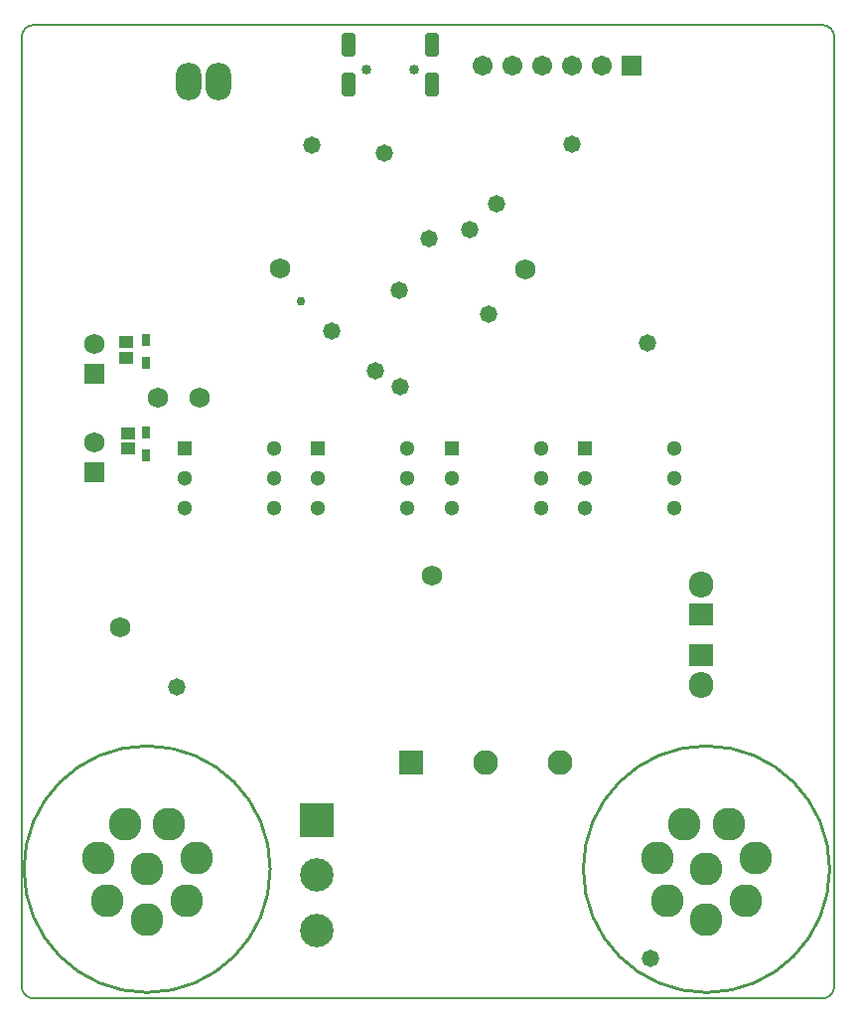
<source format=gbs>
G04*
G04 #@! TF.GenerationSoftware,Altium Limited,Altium Designer,20.0.10 (225)*
G04*
G04 Layer_Color=16711935*
%FSLAX44Y44*%
%MOMM*%
G71*
G01*
G75*
%ADD10C,0.2540*%
%ADD11C,0.2000*%
%ADD38R,1.1532X1.0532*%
%ADD48C,2.8032*%
%ADD49C,1.7532*%
%ADD50C,0.7500*%
%ADD51R,2.0032X1.9032*%
%ADD52O,2.1032X2.2032*%
%ADD53R,1.7532X1.7532*%
%ADD54C,1.7032*%
%ADD55R,1.7032X1.7032*%
%ADD56O,2.2032X3.2032*%
%ADD57R,2.1032X2.1032*%
%ADD58C,2.1032*%
%ADD59R,2.8542X2.8542*%
%ADD60C,2.8542*%
%ADD61R,1.3000X1.3000*%
%ADD62C,1.3000*%
%ADD63C,0.8532*%
G04:AMPARAMS|DCode=64|XSize=1.2532mm|YSize=2.0532mm|CornerRadius=0.3641mm|HoleSize=0mm|Usage=FLASHONLY|Rotation=180.000|XOffset=0mm|YOffset=0mm|HoleType=Round|Shape=RoundedRectangle|*
%AMROUNDEDRECTD64*
21,1,1.2532,1.3250,0,0,180.0*
21,1,0.5250,2.0532,0,0,180.0*
1,1,0.7282,-0.2625,0.6625*
1,1,0.7282,0.2625,0.6625*
1,1,0.7282,0.2625,-0.6625*
1,1,0.7282,-0.2625,-0.6625*
%
%ADD64ROUNDEDRECTD64*%
%ADD65C,1.4732*%
%ADD88R,0.7032X1.0032*%
D10*
X596440Y3251020D02*
G03*
X596440Y3251020I-105000J0D01*
G01*
X1073380D02*
G03*
X1073380Y3251020I-105000J0D01*
G01*
D11*
X1066920Y3140980D02*
G03*
X1077440Y3151500I0J10520D01*
G01*
X384430D02*
G03*
X394950Y3140980I10520J0D01*
G01*
X1077440Y3959500D02*
G03*
X1066920Y3970020I-10520J0D01*
G01*
X394950Y3970000D02*
G03*
X384430Y3959480I0J-10520D01*
G01*
X1077400Y3151011D02*
Y3959500D01*
X394940Y3140990D02*
X1067380D01*
X384430Y3151500D02*
Y3959480D01*
X394950Y3970000D02*
X1067380D01*
D38*
X474980Y3622190D02*
D03*
Y3609190D02*
D03*
X473710Y3699660D02*
D03*
Y3686660D02*
D03*
D48*
X525090Y3224220D02*
D03*
X491490Y3208020D02*
D03*
X457890Y3224220D02*
D03*
X533390Y3260520D02*
D03*
X449490D02*
D03*
X472790Y3289720D02*
D03*
X491490Y3251020D02*
D03*
X510190Y3289720D02*
D03*
X1002030Y3224220D02*
D03*
X968430Y3208020D02*
D03*
X934830Y3224220D02*
D03*
X1010330Y3260520D02*
D03*
X926430D02*
D03*
X949730Y3289720D02*
D03*
X968430Y3251020D02*
D03*
X987130Y3289720D02*
D03*
D49*
X500380Y3652520D02*
D03*
X535940D02*
D03*
X604520Y3763010D02*
D03*
X814070Y3761740D02*
D03*
X734060Y3501390D02*
D03*
X468630Y3456940D02*
D03*
X446510Y3614420D02*
D03*
Y3698240D02*
D03*
D50*
X622300Y3735070D02*
D03*
D51*
X963600Y3433490D02*
D03*
Y3467780D02*
D03*
D52*
Y3408090D02*
D03*
Y3493180D02*
D03*
D53*
X446510Y3589020D02*
D03*
Y3672840D02*
D03*
D54*
X777240Y3935730D02*
D03*
X802640D02*
D03*
X828040D02*
D03*
X853440D02*
D03*
X878840D02*
D03*
D55*
X904240D02*
D03*
D56*
X552450Y3921760D02*
D03*
X527050D02*
D03*
D57*
X716911Y3341997D02*
D03*
D58*
X843911D02*
D03*
X780411D02*
D03*
D59*
X636270Y3293110D02*
D03*
D60*
Y3246120D02*
D03*
Y3199130D02*
D03*
D61*
X637117Y3609340D02*
D03*
X864870D02*
D03*
X750993D02*
D03*
X523240D02*
D03*
D62*
X637117Y3583940D02*
D03*
Y3558540D02*
D03*
X713317D02*
D03*
Y3583940D02*
D03*
Y3609340D02*
D03*
X864870Y3583940D02*
D03*
Y3558540D02*
D03*
X941070D02*
D03*
Y3583940D02*
D03*
Y3609340D02*
D03*
X750993Y3583940D02*
D03*
Y3558540D02*
D03*
X827193D02*
D03*
Y3583940D02*
D03*
Y3609340D02*
D03*
X523240Y3583940D02*
D03*
Y3558540D02*
D03*
X599440D02*
D03*
Y3583940D02*
D03*
Y3609340D02*
D03*
D63*
X678690Y3932200D02*
D03*
X718690D02*
D03*
D64*
X662940Y3919000D02*
D03*
Y3953500D02*
D03*
X734440Y3919000D02*
D03*
Y3953500D02*
D03*
D65*
X920750Y3175000D02*
D03*
X789045Y3817995D02*
D03*
X707275Y3662003D02*
D03*
X685800Y3675380D02*
D03*
X706120Y3743960D02*
D03*
X766483Y3795885D02*
D03*
X648970Y3709670D02*
D03*
X782320Y3723640D02*
D03*
X632125Y3867552D02*
D03*
X693420Y3860800D02*
D03*
X731520Y3788410D02*
D03*
X853440Y3868420D02*
D03*
X918210Y3699510D02*
D03*
X516890Y3406140D02*
D03*
D88*
X490220Y3623150D02*
D03*
Y3603150D02*
D03*
Y3701890D02*
D03*
Y3681890D02*
D03*
M02*

</source>
